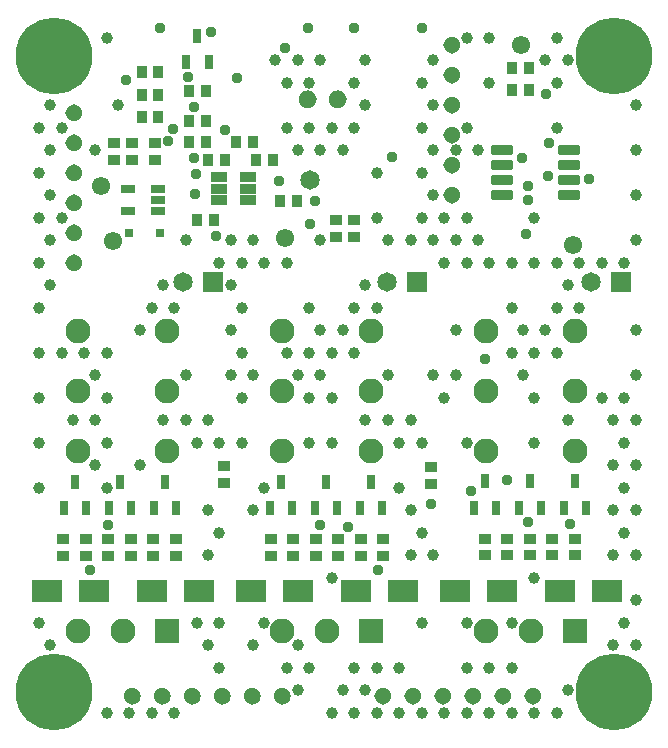
<source format=gbs>
G04*
G04 #@! TF.GenerationSoftware,Altium Limited,Altium Designer,22.11.1 (43)*
G04*
G04 Layer_Color=16711935*
%FSLAX23Y23*%
%MOIN*%
G70*
G04*
G04 #@! TF.SameCoordinates,04B4AB74-AA84-4CEB-9DF3-F5B4E246035C*
G04*
G04*
G04 #@! TF.FilePolarity,Negative*
G04*
G01*
G75*
%ADD34R,0.041X0.037*%
%ADD35R,0.037X0.041*%
G04:AMPARAMS|DCode=38|XSize=32mil|YSize=71mil|CornerRadius=5mil|HoleSize=0mil|Usage=FLASHONLY|Rotation=90.000|XOffset=0mil|YOffset=0mil|HoleType=Round|Shape=RoundedRectangle|*
%AMROUNDEDRECTD38*
21,1,0.032,0.061,0,0,90.0*
21,1,0.022,0.071,0,0,90.0*
1,1,0.010,0.031,0.011*
1,1,0.010,0.031,-0.011*
1,1,0.010,-0.031,-0.011*
1,1,0.010,-0.031,0.011*
%
%ADD38ROUNDEDRECTD38*%
%ADD39R,0.034X0.041*%
%ADD41C,0.065*%
%ADD42C,0.256*%
%ADD43R,0.065X0.065*%
%ADD44C,0.083*%
%ADD45R,0.083X0.083*%
%ADD46C,0.039*%
%ADD47C,0.061*%
%ADD48C,0.037*%
%ADD64R,0.026X0.026*%
%ADD65R,0.045X0.030*%
%ADD66R,0.030X0.051*%
%ADD67R,0.057X0.034*%
%ADD68R,0.104X0.073*%
G36*
X4847Y4152D02*
X4854Y4149D01*
X4860Y4145D01*
X4864Y4139D01*
X4867Y4132D01*
X4868Y4125D01*
X4867Y4118D01*
X4864Y4111D01*
X4860Y4105D01*
X4854Y4101D01*
X4847Y4098D01*
X4840Y4097D01*
X4833Y4098D01*
X4826Y4101D01*
X4820Y4105D01*
X4816Y4111D01*
X4813Y4118D01*
X4812Y4125D01*
X4813Y4132D01*
X4816Y4139D01*
X4820Y4145D01*
X4826Y4149D01*
X4833Y4152D01*
X4840Y4153D01*
X4847Y4152D01*
D02*
G37*
G36*
X5442Y2707D02*
X5449Y2704D01*
X5455Y2700D01*
X5459Y2694D01*
X5462Y2687D01*
X5463Y2680D01*
X5462Y2673D01*
X5459Y2666D01*
X5455Y2660D01*
X5449Y2656D01*
X5442Y2653D01*
X5435Y2652D01*
X5428Y2653D01*
X5421Y2656D01*
X5415Y2660D01*
X5411Y2666D01*
X5408Y2673D01*
X5407Y2680D01*
X5408Y2687D01*
X5411Y2694D01*
X5415Y2700D01*
X5421Y2704D01*
X5428Y2707D01*
X5435Y2708D01*
X5442Y2707D01*
D02*
G37*
G36*
X5342D02*
X5349Y2704D01*
X5355Y2700D01*
X5359Y2694D01*
X5362Y2687D01*
X5363Y2680D01*
X5362Y2673D01*
X5359Y2666D01*
X5355Y2660D01*
X5349Y2656D01*
X5342Y2653D01*
X5335Y2652D01*
X5328Y2653D01*
X5321Y2656D01*
X5315Y2660D01*
X5311Y2666D01*
X5308Y2673D01*
X5307Y2680D01*
X5308Y2687D01*
X5311Y2694D01*
X5315Y2700D01*
X5321Y2704D01*
X5328Y2707D01*
X5335Y2708D01*
X5342Y2707D01*
D02*
G37*
G36*
X5242D02*
X5249Y2704D01*
X5255Y2700D01*
X5259Y2694D01*
X5262Y2687D01*
X5263Y2680D01*
X5262Y2673D01*
X5259Y2666D01*
X5255Y2660D01*
X5249Y2656D01*
X5242Y2653D01*
X5235Y2652D01*
X5228Y2653D01*
X5221Y2656D01*
X5215Y2660D01*
X5211Y2666D01*
X5208Y2673D01*
X5207Y2680D01*
X5208Y2687D01*
X5211Y2694D01*
X5215Y2700D01*
X5221Y2704D01*
X5228Y2707D01*
X5235Y2708D01*
X5242Y2707D01*
D02*
G37*
G36*
X5142D02*
X5149Y2704D01*
X5155Y2700D01*
X5159Y2694D01*
X5162Y2687D01*
X5163Y2680D01*
X5162Y2673D01*
X5159Y2666D01*
X5155Y2660D01*
X5149Y2656D01*
X5142Y2653D01*
X5135Y2652D01*
X5128Y2653D01*
X5121Y2656D01*
X5115Y2660D01*
X5111Y2666D01*
X5108Y2673D01*
X5107Y2680D01*
X5108Y2687D01*
X5111Y2694D01*
X5115Y2700D01*
X5121Y2704D01*
X5128Y2707D01*
X5135Y2708D01*
X5142Y2707D01*
D02*
G37*
G36*
X5042D02*
X5049Y2704D01*
X5055Y2700D01*
X5059Y2694D01*
X5062Y2687D01*
X5063Y2680D01*
X5062Y2673D01*
X5059Y2666D01*
X5055Y2660D01*
X5049Y2656D01*
X5042Y2653D01*
X5035Y2652D01*
X5028Y2653D01*
X5021Y2656D01*
X5015Y2660D01*
X5011Y2666D01*
X5008Y2673D01*
X5007Y2680D01*
X5008Y2687D01*
X5011Y2694D01*
X5015Y2700D01*
X5021Y2704D01*
X5028Y2707D01*
X5035Y2708D01*
X5042Y2707D01*
D02*
G37*
G36*
X5535Y2652D02*
X5528Y2653D01*
X5521Y2656D01*
X5515Y2660D01*
X5511Y2666D01*
X5508Y2673D01*
X5507Y2680D01*
X5508Y2687D01*
X5511Y2694D01*
X5515Y2700D01*
X5521Y2704D01*
X5528Y2707D01*
X5535Y2708D01*
D01*
X5542Y2707D01*
X5549Y2704D01*
X5555Y2700D01*
X5559Y2694D01*
X5562Y2687D01*
X5563Y2680D01*
X5562Y2673D01*
X5559Y2666D01*
X5555Y2660D01*
X5549Y2656D01*
X5542Y2653D01*
X5535Y2652D01*
D01*
D02*
G37*
G36*
X5870Y2708D02*
X5877Y2707D01*
X5884Y2704D01*
X5890Y2700D01*
X5894Y2694D01*
X5897Y2687D01*
X5898Y2680D01*
X5897Y2673D01*
X5894Y2666D01*
X5890Y2660D01*
X5884Y2656D01*
X5877Y2653D01*
X5870Y2652D01*
D01*
X5863Y2653D01*
X5856Y2656D01*
X5850Y2660D01*
X5846Y2666D01*
X5843Y2673D01*
X5842Y2680D01*
X5843Y2687D01*
X5846Y2694D01*
X5850Y2700D01*
X5856Y2704D01*
X5863Y2707D01*
X5870Y2708D01*
D01*
D02*
G37*
G36*
X5970D02*
X5977Y2707D01*
X5984Y2704D01*
X5990Y2700D01*
X5994Y2694D01*
X5997Y2687D01*
X5998Y2680D01*
X5997Y2673D01*
X5994Y2666D01*
X5990Y2660D01*
X5984Y2656D01*
X5977Y2653D01*
X5970Y2652D01*
D01*
X5963Y2653D01*
X5956Y2656D01*
X5950Y2660D01*
X5946Y2666D01*
X5943Y2673D01*
X5942Y2680D01*
X5943Y2687D01*
X5946Y2694D01*
X5950Y2700D01*
X5956Y2704D01*
X5963Y2707D01*
X5970Y2708D01*
D01*
D02*
G37*
G36*
X6070D02*
X6077Y2707D01*
X6084Y2704D01*
X6090Y2700D01*
X6094Y2694D01*
X6097Y2687D01*
X6098Y2680D01*
X6097Y2673D01*
X6094Y2666D01*
X6090Y2660D01*
X6084Y2656D01*
X6077Y2653D01*
X6070Y2652D01*
D01*
X6063Y2653D01*
X6056Y2656D01*
X6050Y2660D01*
X6046Y2666D01*
X6043Y2673D01*
X6042Y2680D01*
X6043Y2687D01*
X6046Y2694D01*
X6050Y2700D01*
X6056Y2704D01*
X6063Y2707D01*
X6070Y2708D01*
D01*
D02*
G37*
G36*
X6170D02*
X6177Y2707D01*
X6184Y2704D01*
X6190Y2700D01*
X6194Y2694D01*
X6197Y2687D01*
X6198Y2680D01*
X6197Y2673D01*
X6194Y2666D01*
X6190Y2660D01*
X6184Y2656D01*
X6177Y2653D01*
X6170Y2652D01*
D01*
X6163Y2653D01*
X6156Y2656D01*
X6150Y2660D01*
X6146Y2666D01*
X6143Y2673D01*
X6142Y2680D01*
X6143Y2687D01*
X6146Y2694D01*
X6150Y2700D01*
X6156Y2704D01*
X6163Y2707D01*
X6170Y2708D01*
D01*
D02*
G37*
G36*
X6270D02*
X6277Y2707D01*
X6284Y2704D01*
X6290Y2700D01*
X6294Y2694D01*
X6297Y2687D01*
X6298Y2680D01*
X6297Y2673D01*
X6294Y2666D01*
X6290Y2660D01*
X6284Y2656D01*
X6277Y2653D01*
X6270Y2652D01*
D01*
X6263Y2653D01*
X6256Y2656D01*
X6250Y2660D01*
X6246Y2666D01*
X6243Y2673D01*
X6242Y2680D01*
X6243Y2687D01*
X6246Y2694D01*
X6250Y2700D01*
X6256Y2704D01*
X6263Y2707D01*
X6270Y2708D01*
D01*
D02*
G37*
G36*
X6370D02*
X6377Y2707D01*
X6384Y2704D01*
X6390Y2700D01*
X6394Y2694D01*
X6397Y2687D01*
X6398Y2680D01*
X6397Y2673D01*
X6394Y2666D01*
X6390Y2660D01*
X6384Y2656D01*
X6377Y2653D01*
X6370Y2652D01*
D01*
X6363Y2653D01*
X6356Y2656D01*
X6350Y2660D01*
X6346Y2666D01*
X6343Y2673D01*
X6342Y2680D01*
X6343Y2687D01*
X6346Y2694D01*
X6350Y2700D01*
X6356Y2704D01*
X6363Y2707D01*
X6370Y2708D01*
D01*
D02*
G37*
G36*
X5727Y4699D02*
X5734Y4696D01*
X5740Y4691D01*
X5745Y4685D01*
X5748Y4678D01*
X5749Y4670D01*
X5748Y4662D01*
X5745Y4655D01*
X5740Y4649D01*
X5734Y4644D01*
X5727Y4641D01*
X5719Y4640D01*
X5711Y4641D01*
X5704Y4644D01*
X5697Y4649D01*
X5693Y4655D01*
X5690Y4662D01*
X5689Y4670D01*
X5690Y4678D01*
X5693Y4685D01*
X5697Y4691D01*
X5704Y4696D01*
X5711Y4699D01*
X5719Y4700D01*
X5727Y4699D01*
D02*
G37*
G36*
X5627D02*
X5634Y4696D01*
X5640Y4691D01*
X5645Y4685D01*
X5648Y4678D01*
X5649Y4670D01*
X5648Y4662D01*
X5645Y4655D01*
X5640Y4649D01*
X5634Y4644D01*
X5627Y4641D01*
X5619Y4640D01*
X5611Y4641D01*
X5604Y4644D01*
X5597Y4649D01*
X5593Y4655D01*
X5590Y4662D01*
X5589Y4670D01*
X5590Y4678D01*
X5593Y4685D01*
X5597Y4691D01*
X5604Y4696D01*
X5611Y4699D01*
X5619Y4700D01*
X5627Y4699D01*
D02*
G37*
G36*
X4847Y4652D02*
X4854Y4649D01*
X4860Y4645D01*
X4864Y4639D01*
X4867Y4632D01*
X4868Y4625D01*
X4867Y4618D01*
X4864Y4611D01*
X4860Y4605D01*
X4854Y4601D01*
X4847Y4598D01*
X4840Y4597D01*
X4833Y4598D01*
X4826Y4601D01*
X4820Y4605D01*
X4816Y4611D01*
X4813Y4618D01*
X4812Y4625D01*
X4813Y4632D01*
X4816Y4639D01*
X4820Y4645D01*
X4826Y4649D01*
X4833Y4652D01*
X4840Y4653D01*
X4847Y4652D01*
D02*
G37*
G36*
Y4552D02*
X4854Y4549D01*
X4860Y4545D01*
X4864Y4539D01*
X4867Y4532D01*
X4868Y4525D01*
X4867Y4518D01*
X4864Y4511D01*
X4860Y4505D01*
X4854Y4501D01*
X4847Y4498D01*
X4840Y4497D01*
X4833Y4498D01*
X4826Y4501D01*
X4820Y4505D01*
X4816Y4511D01*
X4813Y4518D01*
X4812Y4525D01*
X4813Y4532D01*
X4816Y4539D01*
X4820Y4545D01*
X4826Y4549D01*
X4833Y4552D01*
X4840Y4553D01*
X4847Y4552D01*
D02*
G37*
G36*
Y4452D02*
X4854Y4449D01*
X4860Y4445D01*
X4864Y4439D01*
X4867Y4432D01*
X4868Y4425D01*
X4867Y4418D01*
X4864Y4411D01*
X4860Y4405D01*
X4854Y4401D01*
X4847Y4398D01*
X4840Y4397D01*
X4833Y4398D01*
X4826Y4401D01*
X4820Y4405D01*
X4816Y4411D01*
X4813Y4418D01*
X4812Y4425D01*
X4813Y4432D01*
X4816Y4439D01*
X4820Y4445D01*
X4826Y4449D01*
X4833Y4452D01*
X4840Y4453D01*
X4847Y4452D01*
D02*
G37*
G36*
Y4352D02*
X4854Y4349D01*
X4860Y4345D01*
X4864Y4339D01*
X4867Y4332D01*
X4868Y4325D01*
X4867Y4318D01*
X4864Y4311D01*
X4860Y4305D01*
X4854Y4301D01*
X4847Y4298D01*
X4840Y4297D01*
X4833Y4298D01*
X4826Y4301D01*
X4820Y4305D01*
X4816Y4311D01*
X4813Y4318D01*
X4812Y4325D01*
X4813Y4332D01*
X4816Y4339D01*
X4820Y4345D01*
X4826Y4349D01*
X4833Y4352D01*
X4840Y4353D01*
X4847Y4352D01*
D02*
G37*
G36*
Y4252D02*
X4854Y4249D01*
X4860Y4245D01*
X4864Y4239D01*
X4867Y4232D01*
X4868Y4225D01*
X4867Y4218D01*
X4864Y4211D01*
X4860Y4205D01*
X4854Y4201D01*
X4847Y4198D01*
X4840Y4197D01*
X4833Y4198D01*
X4826Y4201D01*
X4820Y4205D01*
X4816Y4211D01*
X4813Y4218D01*
X4812Y4225D01*
X4813Y4232D01*
X4816Y4239D01*
X4820Y4245D01*
X4826Y4249D01*
X4833Y4252D01*
X4840Y4253D01*
X4847Y4252D01*
D02*
G37*
G36*
X6072Y4350D02*
X6073Y4357D01*
X6076Y4364D01*
X6080Y4370D01*
X6086Y4374D01*
X6093Y4377D01*
X6100Y4378D01*
X6107Y4377D01*
X6114Y4374D01*
X6120Y4370D01*
X6124Y4364D01*
X6127Y4357D01*
X6128Y4350D01*
D01*
X6127Y4343D01*
X6124Y4336D01*
X6120Y4330D01*
X6114Y4326D01*
X6107Y4323D01*
X6100Y4322D01*
X6093Y4323D01*
X6086Y4326D01*
X6080Y4330D01*
X6076Y4336D01*
X6073Y4343D01*
X6072Y4350D01*
D01*
D02*
G37*
G36*
Y4450D02*
X6073Y4457D01*
X6076Y4464D01*
X6080Y4470D01*
X6086Y4474D01*
X6093Y4477D01*
X6100Y4478D01*
X6107Y4477D01*
X6114Y4474D01*
X6120Y4470D01*
X6124Y4464D01*
X6127Y4457D01*
X6128Y4450D01*
D01*
X6127Y4443D01*
X6124Y4436D01*
X6120Y4430D01*
X6114Y4426D01*
X6107Y4423D01*
X6100Y4422D01*
X6093Y4423D01*
X6086Y4426D01*
X6080Y4430D01*
X6076Y4436D01*
X6073Y4443D01*
X6072Y4450D01*
D01*
D02*
G37*
G36*
Y4550D02*
X6073Y4557D01*
X6076Y4564D01*
X6080Y4570D01*
X6086Y4574D01*
X6093Y4577D01*
X6100Y4578D01*
X6107Y4577D01*
X6114Y4574D01*
X6120Y4570D01*
X6124Y4564D01*
X6127Y4557D01*
X6128Y4550D01*
D01*
X6127Y4543D01*
X6124Y4536D01*
X6120Y4530D01*
X6114Y4526D01*
X6107Y4523D01*
X6100Y4522D01*
X6093Y4523D01*
X6086Y4526D01*
X6080Y4530D01*
X6076Y4536D01*
X6073Y4543D01*
X6072Y4550D01*
D01*
D02*
G37*
G36*
Y4650D02*
X6073Y4657D01*
X6076Y4664D01*
X6080Y4670D01*
X6086Y4674D01*
X6093Y4677D01*
X6100Y4678D01*
X6107Y4677D01*
X6114Y4674D01*
X6120Y4670D01*
X6124Y4664D01*
X6127Y4657D01*
X6128Y4650D01*
D01*
X6127Y4643D01*
X6124Y4636D01*
X6120Y4630D01*
X6114Y4626D01*
X6107Y4623D01*
X6100Y4622D01*
X6093Y4623D01*
X6086Y4626D01*
X6080Y4630D01*
X6076Y4636D01*
X6073Y4643D01*
X6072Y4650D01*
D01*
D02*
G37*
G36*
Y4750D02*
X6073Y4757D01*
X6076Y4764D01*
X6080Y4770D01*
X6086Y4774D01*
X6093Y4777D01*
X6100Y4778D01*
X6107Y4777D01*
X6114Y4774D01*
X6120Y4770D01*
X6124Y4764D01*
X6127Y4757D01*
X6128Y4750D01*
D01*
X6127Y4743D01*
X6124Y4736D01*
X6120Y4730D01*
X6114Y4726D01*
X6107Y4723D01*
X6100Y4722D01*
X6093Y4723D01*
X6086Y4726D01*
X6080Y4730D01*
X6076Y4736D01*
X6073Y4743D01*
X6072Y4750D01*
D01*
D02*
G37*
G36*
Y4850D02*
X6073Y4857D01*
X6076Y4864D01*
X6080Y4870D01*
X6086Y4874D01*
X6093Y4877D01*
X6100Y4878D01*
X6107Y4877D01*
X6114Y4874D01*
X6120Y4870D01*
X6124Y4864D01*
X6127Y4857D01*
X6128Y4850D01*
D01*
X6127Y4843D01*
X6124Y4836D01*
X6120Y4830D01*
X6114Y4826D01*
X6107Y4823D01*
X6100Y4822D01*
X6093Y4823D01*
X6086Y4826D01*
X6080Y4830D01*
X6076Y4836D01*
X6073Y4843D01*
X6072Y4850D01*
D01*
D02*
G37*
D34*
X5715Y4268D02*
D03*
Y4212D02*
D03*
X5775Y4212D02*
D03*
Y4268D02*
D03*
X5110Y4523D02*
D03*
Y4467D02*
D03*
X4975Y4523D02*
D03*
Y4467D02*
D03*
X5035Y4467D02*
D03*
Y4523D02*
D03*
X6435Y3150D02*
D03*
Y3205D02*
D03*
X6510Y3150D02*
D03*
Y3205D02*
D03*
X6030Y3387D02*
D03*
Y3443D02*
D03*
X6285Y3150D02*
D03*
Y3205D02*
D03*
X6210Y3150D02*
D03*
Y3205D02*
D03*
X6360Y3150D02*
D03*
Y3205D02*
D03*
X5340Y3392D02*
D03*
Y3448D02*
D03*
X4805Y3203D02*
D03*
Y3147D02*
D03*
X5105D02*
D03*
Y3203D02*
D03*
X5030Y3147D02*
D03*
Y3203D02*
D03*
X5180Y3147D02*
D03*
Y3203D02*
D03*
X4955Y3147D02*
D03*
Y3203D02*
D03*
X4880Y3147D02*
D03*
Y3203D02*
D03*
X5571Y3147D02*
D03*
Y3203D02*
D03*
X5496Y3203D02*
D03*
Y3147D02*
D03*
X5646Y3203D02*
D03*
Y3147D02*
D03*
X5721Y3147D02*
D03*
Y3203D02*
D03*
X5796Y3203D02*
D03*
Y3147D02*
D03*
X5871Y3203D02*
D03*
Y3147D02*
D03*
D35*
X5307Y4268D02*
D03*
X5252D02*
D03*
X6302Y4700D02*
D03*
X6358D02*
D03*
X6358Y4775D02*
D03*
X6302D02*
D03*
X5583Y4330D02*
D03*
X5527D02*
D03*
X5287Y4467D02*
D03*
X5343D02*
D03*
X5380Y4527D02*
D03*
X5436D02*
D03*
X5121Y4610D02*
D03*
X5066D02*
D03*
X5121Y4685D02*
D03*
X5066D02*
D03*
X5066Y4760D02*
D03*
X5121D02*
D03*
X5503Y4467D02*
D03*
X5447D02*
D03*
X5279Y4597D02*
D03*
X5224D02*
D03*
X5279Y4527D02*
D03*
X5224D02*
D03*
D38*
X6489Y4500D02*
D03*
Y4450D02*
D03*
Y4400D02*
D03*
Y4350D02*
D03*
X6267Y4500D02*
D03*
Y4450D02*
D03*
Y4400D02*
D03*
Y4350D02*
D03*
D39*
X5224Y4698D02*
D03*
X5279D02*
D03*
D41*
X5627Y4400D02*
D03*
X6563Y4060D02*
D03*
X5883D02*
D03*
X5203D02*
D03*
D42*
X6640Y4815D02*
D03*
Y2695D02*
D03*
X4775D02*
D03*
Y4815D02*
D03*
D43*
X6663Y4060D02*
D03*
X5983D02*
D03*
X5303D02*
D03*
D44*
X6363Y2899D02*
D03*
X6215D02*
D03*
Y3499D02*
D03*
Y3698D02*
D03*
Y3896D02*
D03*
X6511Y3499D02*
D03*
Y3698D02*
D03*
Y3896D02*
D03*
X5683Y2899D02*
D03*
X5535D02*
D03*
Y3499D02*
D03*
Y3698D02*
D03*
Y3896D02*
D03*
X5831Y3499D02*
D03*
Y3698D02*
D03*
Y3896D02*
D03*
X5003Y2899D02*
D03*
X4855D02*
D03*
Y3499D02*
D03*
Y3698D02*
D03*
Y3896D02*
D03*
X5151Y3499D02*
D03*
Y3698D02*
D03*
Y3896D02*
D03*
D45*
X6511Y2899D02*
D03*
X5831D02*
D03*
X5151D02*
D03*
D46*
X6713Y4650D02*
D03*
Y4500D02*
D03*
Y4350D02*
D03*
Y4200D02*
D03*
X6675Y4125D02*
D03*
X6713Y3900D02*
D03*
Y3750D02*
D03*
X6675Y3675D02*
D03*
X6713Y3600D02*
D03*
X6675Y3525D02*
D03*
X6713Y3450D02*
D03*
X6675Y3375D02*
D03*
X6713Y3300D02*
D03*
X6675Y3225D02*
D03*
X6713Y3150D02*
D03*
Y3000D02*
D03*
X6675Y2925D02*
D03*
X6713Y2850D02*
D03*
X6600Y4125D02*
D03*
Y3675D02*
D03*
X6637Y3600D02*
D03*
Y3450D02*
D03*
Y3300D02*
D03*
Y3150D02*
D03*
Y2850D02*
D03*
X6525Y4125D02*
D03*
Y3975D02*
D03*
X6450Y4875D02*
D03*
X6488Y4800D02*
D03*
X6450Y4725D02*
D03*
Y4575D02*
D03*
Y4125D02*
D03*
X6488Y4050D02*
D03*
X6450Y3975D02*
D03*
Y3825D02*
D03*
X6488Y3600D02*
D03*
Y2700D02*
D03*
X6450Y2625D02*
D03*
X6412Y4800D02*
D03*
X6375Y4275D02*
D03*
Y4125D02*
D03*
X6412Y3900D02*
D03*
X6375Y3825D02*
D03*
Y3675D02*
D03*
Y3525D02*
D03*
Y3075D02*
D03*
Y2625D02*
D03*
X6300Y4125D02*
D03*
Y3975D02*
D03*
X6338Y3900D02*
D03*
X6300Y3825D02*
D03*
X6338Y3750D02*
D03*
X6300Y2925D02*
D03*
Y2775D02*
D03*
Y2625D02*
D03*
X6225Y4875D02*
D03*
Y4725D02*
D03*
Y4125D02*
D03*
Y2775D02*
D03*
Y2625D02*
D03*
X6150Y4875D02*
D03*
Y4575D02*
D03*
X6188Y4500D02*
D03*
X6150Y4275D02*
D03*
X6188Y4200D02*
D03*
X6150Y4125D02*
D03*
Y3525D02*
D03*
Y2925D02*
D03*
Y2775D02*
D03*
Y2625D02*
D03*
X6113Y4500D02*
D03*
X6075Y4275D02*
D03*
X6113Y4200D02*
D03*
X6075Y4125D02*
D03*
X6113Y3900D02*
D03*
Y3750D02*
D03*
X6075Y3675D02*
D03*
Y2625D02*
D03*
X6037Y4800D02*
D03*
X6000Y4725D02*
D03*
X6037Y4650D02*
D03*
X6000Y4575D02*
D03*
X6037Y4500D02*
D03*
X6000Y4425D02*
D03*
X6037Y4350D02*
D03*
X6000Y4275D02*
D03*
X6037Y4200D02*
D03*
Y3750D02*
D03*
X6000Y3525D02*
D03*
Y3225D02*
D03*
X6037Y3150D02*
D03*
X6000Y2925D02*
D03*
Y2625D02*
D03*
X5963Y4200D02*
D03*
Y3600D02*
D03*
X5925Y3525D02*
D03*
Y3375D02*
D03*
X5963Y3300D02*
D03*
Y3150D02*
D03*
X5925Y2775D02*
D03*
Y2625D02*
D03*
X5850Y4425D02*
D03*
Y4275D02*
D03*
X5887Y4200D02*
D03*
X5850Y3975D02*
D03*
X5887Y3750D02*
D03*
Y3600D02*
D03*
X5850Y2775D02*
D03*
Y2625D02*
D03*
X5812Y4800D02*
D03*
X5775Y4725D02*
D03*
X5812Y4650D02*
D03*
X5775Y4575D02*
D03*
X5812Y4050D02*
D03*
X5775Y3975D02*
D03*
Y3825D02*
D03*
X5812Y3600D02*
D03*
X5775Y2775D02*
D03*
X5812Y2700D02*
D03*
X5775Y2625D02*
D03*
X5700Y4575D02*
D03*
X5738Y4500D02*
D03*
Y3900D02*
D03*
X5700Y3825D02*
D03*
Y3675D02*
D03*
Y3525D02*
D03*
Y3075D02*
D03*
X5738Y2700D02*
D03*
X5700Y2625D02*
D03*
X5662Y4800D02*
D03*
X5625Y4725D02*
D03*
Y4575D02*
D03*
X5662Y4500D02*
D03*
Y4200D02*
D03*
X5625Y3975D02*
D03*
X5662Y3900D02*
D03*
X5625Y3825D02*
D03*
X5662Y3750D02*
D03*
X5625Y3675D02*
D03*
Y3525D02*
D03*
Y2775D02*
D03*
X5588Y4800D02*
D03*
X5550Y4725D02*
D03*
Y4575D02*
D03*
X5588Y4500D02*
D03*
X5550Y4125D02*
D03*
Y3825D02*
D03*
X5588Y3750D02*
D03*
Y2850D02*
D03*
X5550Y2775D02*
D03*
X5588Y2700D02*
D03*
X5512Y4800D02*
D03*
X5475Y4125D02*
D03*
Y3375D02*
D03*
Y2925D02*
D03*
X5438Y4200D02*
D03*
X5400Y4125D02*
D03*
Y3975D02*
D03*
Y3825D02*
D03*
X5438Y3750D02*
D03*
X5400Y3675D02*
D03*
Y3525D02*
D03*
X5438Y3300D02*
D03*
Y2850D02*
D03*
X5363Y4200D02*
D03*
X5325Y4125D02*
D03*
X5363Y4050D02*
D03*
Y3900D02*
D03*
Y3750D02*
D03*
X5325Y3525D02*
D03*
Y3225D02*
D03*
Y2925D02*
D03*
Y2775D02*
D03*
X5287Y3600D02*
D03*
X5250Y3525D02*
D03*
X5287Y3300D02*
D03*
Y3150D02*
D03*
X5250Y2925D02*
D03*
X5287Y2850D02*
D03*
X5213Y4200D02*
D03*
X5175Y3975D02*
D03*
X5213Y3750D02*
D03*
Y3600D02*
D03*
X5175Y2625D02*
D03*
X5137Y4050D02*
D03*
X5100Y3975D02*
D03*
X5137Y3600D02*
D03*
X5100Y2625D02*
D03*
X5062Y3900D02*
D03*
Y3450D02*
D03*
X5025Y2625D02*
D03*
X4950Y4875D02*
D03*
X4988Y4650D02*
D03*
X4950Y3825D02*
D03*
Y3675D02*
D03*
Y3525D02*
D03*
Y3375D02*
D03*
Y2625D02*
D03*
X4912Y4500D02*
D03*
X4875Y3825D02*
D03*
X4912Y3750D02*
D03*
Y3600D02*
D03*
Y3450D02*
D03*
X4800Y4575D02*
D03*
Y4275D02*
D03*
Y3825D02*
D03*
X4838Y3600D02*
D03*
X4762Y4650D02*
D03*
X4725Y4575D02*
D03*
X4762Y4500D02*
D03*
X4725Y4425D02*
D03*
X4762Y4350D02*
D03*
X4725Y4275D02*
D03*
X4762Y4200D02*
D03*
X4725Y4125D02*
D03*
X4762Y4050D02*
D03*
X4725Y3975D02*
D03*
Y3825D02*
D03*
Y3675D02*
D03*
Y3525D02*
D03*
Y3375D02*
D03*
Y2925D02*
D03*
X4762Y2850D02*
D03*
D47*
X6504Y4185D02*
D03*
X4970Y4198D02*
D03*
X4930Y4380D02*
D03*
X6330Y4850D02*
D03*
X5545Y4207D02*
D03*
D48*
X5245Y4355D02*
D03*
X5383Y4742D02*
D03*
X6000Y4906D02*
D03*
X5775D02*
D03*
X5619D02*
D03*
X5128D02*
D03*
X5545Y4840D02*
D03*
X5902Y4477D02*
D03*
X6335Y4475D02*
D03*
X6414Y4689D02*
D03*
X6355Y4334D02*
D03*
X5525Y4397D02*
D03*
X5239Y4644D02*
D03*
X5645Y4330D02*
D03*
X5627Y4255D02*
D03*
X5343Y4568D02*
D03*
X5239Y4475D02*
D03*
X5155Y4530D02*
D03*
X6355Y4380D02*
D03*
X5170Y4570D02*
D03*
X5220Y4745D02*
D03*
X5015Y4733D02*
D03*
X5298Y4895D02*
D03*
X6558Y4405D02*
D03*
X6425Y4525D02*
D03*
X6420Y4415D02*
D03*
X5247Y4420D02*
D03*
X6030Y3322D02*
D03*
X4955Y3250D02*
D03*
X5660D02*
D03*
X5755Y3245D02*
D03*
X6165Y3365D02*
D03*
X6355Y3260D02*
D03*
X5315Y4213D02*
D03*
X6210Y3805D02*
D03*
X6285Y3400D02*
D03*
X4895Y3100D02*
D03*
X5855D02*
D03*
X6495Y3255D02*
D03*
X6348Y4220D02*
D03*
D64*
X5024Y4225D02*
D03*
X5127D02*
D03*
D65*
X5122Y4372D02*
D03*
Y4335D02*
D03*
Y4298D02*
D03*
X5019Y4372D02*
D03*
Y4298D02*
D03*
D66*
X4995Y3394D02*
D03*
X4958Y3306D02*
D03*
X5032D02*
D03*
X5289Y4794D02*
D03*
X5214D02*
D03*
X5252Y4882D02*
D03*
X6547Y3308D02*
D03*
X6473D02*
D03*
X6510Y3397D02*
D03*
X6397Y3308D02*
D03*
X6323D02*
D03*
X6360Y3397D02*
D03*
X5182Y3306D02*
D03*
X5108D02*
D03*
X5145Y3394D02*
D03*
X4845D02*
D03*
X4808Y3306D02*
D03*
X4882D02*
D03*
X6210Y3397D02*
D03*
X6173Y3308D02*
D03*
X6247D02*
D03*
X5681Y3394D02*
D03*
X5643Y3306D02*
D03*
X5718D02*
D03*
X5531Y3394D02*
D03*
X5493Y3306D02*
D03*
X5568D02*
D03*
X5831Y3394D02*
D03*
X5793Y3306D02*
D03*
X5868D02*
D03*
D67*
X5325Y4335D02*
D03*
Y4372D02*
D03*
Y4410D02*
D03*
X5419D02*
D03*
Y4372D02*
D03*
Y4335D02*
D03*
D68*
X6267Y3030D02*
D03*
X6109D02*
D03*
X6459D02*
D03*
X6617D02*
D03*
X5587D02*
D03*
X5429D02*
D03*
X5779D02*
D03*
X5937D02*
D03*
X4907D02*
D03*
X4749D02*
D03*
X5099D02*
D03*
X5257D02*
D03*
M02*

</source>
